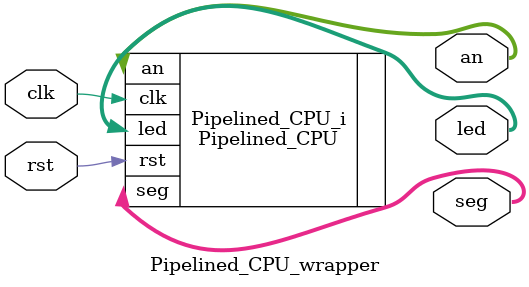
<source format=v>
`timescale 1 ps / 1 ps

module Pipelined_CPU_wrapper
   (an,
    clk,
    led,
    rst,
    seg);
  output [7:0]an;
  input clk;
  output [15:0]led;
  input rst;
  output [6:0]seg;

  wire [7:0]an;
  wire clk;
  wire [15:0]led;
  wire rst;
  wire [6:0]seg;

  Pipelined_CPU Pipelined_CPU_i
       (.an(an),
        .clk(clk),
        .led(led),
        .rst(rst),
        .seg(seg));
endmodule

</source>
